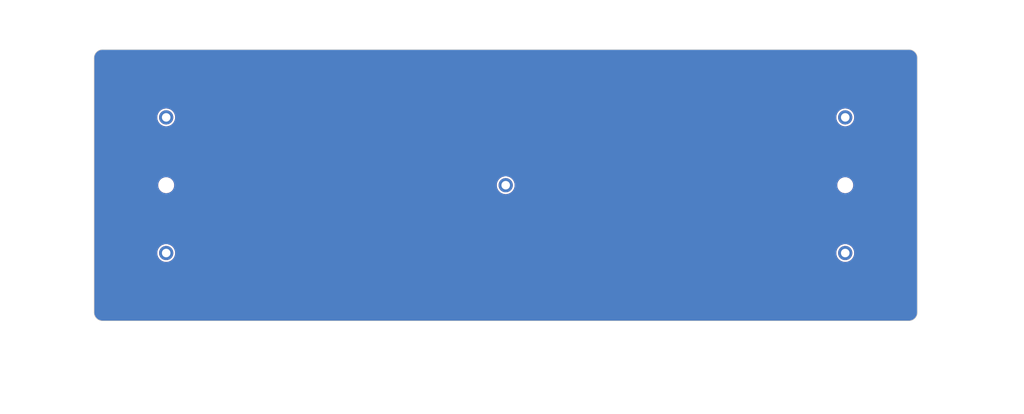
<source format=kicad_pcb>
(kicad_pcb (version 20221018) (generator pcbnew)
  (layers (0 "F.Cu" signal) (31 "B.Cu" signal) (34 "B.Paste" user) (35 "F.Paste" user) (36 "B.SilkS" user "B.Silkscreen") (37 "F.SilkS" user "F.Silkscreen") (38 "B.Mask" user) (39 "F.Mask" user) (44 "Edge.Cuts" user))
  (net 0 "")
  (net 1 "GND")
  (footprint "locallib:pad" (layer "F.Cu") (at 42.06875 50.00625)
    (fp_text reference "p1")
    (fp_text value "gndingpad")
    (pad "1" smd circle (at 0 0) (size 1 1) (layers "F.Cu") (net 1 "GND"))
    (pad "2" smd circle (at 0 0) (size 1 1) (layers "B.Cu") (net 1 "GND"))
  )
  (footprint "locallib:mountinghole" (layer "F.Cu") (at 153.9875 85.725)
    (fp_text reference "REF**")
    (fp_text value "mountinghole")
    (pad "1" thru_hole circle locked (at 0 0) (size 4 4) (drill 2.4) (layers "*.Cu" "*.Mask"))
  )
  (footprint "locallib:mountinghole" (layer "F.Cu") (at 58.7375 66.675)
    (fp_text reference "REF**")
    (fp_text value "mountinghole")
    (pad "1" thru_hole circle locked (at 0 0) (size 4 4) (drill 2.4) (layers "*.Cu" "*.Mask"))
  )
  (footprint "locallib:mountinghole" (layer "F.Cu") (at 58.7375 104.775)
    (fp_text reference "REF**")
    (fp_text value "mountinghole")
    (pad "1" thru_hole circle locked (at 0 0) (size 4 4) (drill 2.4) (layers "*.Cu" "*.Mask"))
  )
  (footprint "locallib:mountinghole" (layer "F.Cu") (at 249.2375 66.675)
    (fp_text reference "REF**")
    (fp_text value "mountinghole")
    (pad "1" thru_hole circle locked (at 0 0) (size 4 4) (drill 2.4) (layers "*.Cu" "*.Mask"))
  )
  (footprint "locallib:mountinghole" (layer "F.Cu") (at 249.2375 104.775)
    (fp_text reference "REF**")
    (fp_text value "mountinghole")
    (pad "1" thru_hole circle locked (at 0 0) (size 4 4) (drill 2.4) (layers "*.Cu" "*.Mask"))
  )
  (footprint "locallib:mountinghole" (layer "F.Cu") (at 58.7375 85.725)
    (fp_text reference "REF**")
    (fp_text value "mountinghole")
    (pad "" np_thru_hole circle locked (at 0 0) (size 4 4) (drill 4) (layers "*.Cu" "*.Mask"))
  )
  (footprint "locallib:mountinghole" (layer "F.Cu") (at 249.2375 85.725)
    (fp_text reference "REF**")
    (fp_text value "mountinghole")
    (pad "" np_thru_hole circle locked (at 0 0) (size 4 4) (drill 4) (layers "*.Cu" "*.Mask"))
  )
  (footprint "locallib:ai-ring-6mm-FancyAss" (layer "F.Cu") (at 46.0375 116.68125)
    (fp_text reference "G***" hide)
    (fp_text value "LOGO" hide)
    (fp_poly (pts (xy -1.000125 1.30175) (xy -1.404937 1.30175) (xy -1.404937 0.896938) (xy -1.000125 0.896938) (xy -1.000125 1.30175)) (stroke (width 0.01)) (fill solid) (layer "F.Cu"))
    (fp_poly (pts (xy -0.595312 0.515938) (xy -1.000125 0.515938) (xy -1.000125 0.111125) (xy -0.595312 0.111125) (xy -0.595312 0.515938)) (stroke (width 0.01)) (fill solid) (layer "F.Cu"))
    (fp_poly (pts (xy -0.214312 -0.293687) (xy -0.595312 -0.293687) (xy -0.595312 -0.674687) (xy -0.214312 -0.674687) (xy -0.214312 -0.293687)) (stroke (width 0.01)) (fill solid) (layer "F.Cu"))
    (fp_poly (pts (xy 0.1905 -1.0795) (xy -0.214312 -1.0795) (xy -0.214312 -1.484312) (xy 0.1905 -1.484312) (xy 0.1905 -1.0795)) (stroke (width 0.01)) (fill solid) (layer "F.Cu"))
    (fp_poly (pts (xy 0.1905 0.515938) (xy -0.214312 0.515938) (xy -0.214312 0.111125) (xy 0.1905 0.111125) (xy 0.1905 0.515938)) (stroke (width 0.01)) (fill solid) (layer "F.Cu"))
    (fp_poly (pts (xy 0.595313 -0.293687) (xy 0.1905 -0.293687) (xy 0.1905 -0.674687) (xy 0.595313 -0.674687) (xy 0.595313 -0.293687)) (stroke (width 0.01)) (fill solid) (layer "F.Cu"))
    (fp_poly (pts (xy 0.976313 0.515938) (xy 0.595313 0.515938) (xy 0.595313 0.111125) (xy 0.976313 0.111125) (xy 0.976313 0.515938)) (stroke (width 0.01)) (fill solid) (layer "F.Cu"))
    (fp_poly (pts (xy 1.381125 1.30175) (xy 0.976313 1.30175) (xy 0.976313 0.896938) (xy 1.381125 0.896938) (xy 1.381125 1.30175)) (stroke (width 0.01)) (fill solid) (layer "F.Cu"))
    (fp_poly (pts (xy 0.003969 -2.971955) (xy 0.128087 -2.970585) (xy 0.239799 -2.966428) (xy 0.342392 -2.959081) (xy 0.439156 -2.94814) (xy 0.533378 -2.933202) (xy 0.628347 -2.913863) (xy 0.727351 -2.889719) (xy 0.77263 -2.877582) (xy 0.981177 -2.812344) (xy 1.183265 -2.733008) (xy 1.378128 -2.639972) (xy 1.564999 -2.533632) (xy 1.743114 -2.414384) (xy 1.89526 -2.296383) (xy 2.052928 -2.155658) (xy 2.200265 -2.004213) (xy 2.336586 -1.843115) (xy 2.461208 -1.673433) (xy 2.573447 -1.496234) (xy 2.67262 -1.312584) (xy 2.758042 -1.123553) (xy 2.82903 -0.930207) (xy 2.877784 -0.762197) (xy 2.910855 -0.622211) (xy 2.936215 -0.490275) (xy 2.954607 -0.361003) (xy 2.966775 -0.229007) (xy 2.973461 -0.0889) (xy 2.974114 -0.0635) (xy 2.971395 0.154797) (xy 2.9532 0.36958) (xy 2.919535 0.580821) (xy 2.870406 0.788489) (xy 2.805819 0.992555) (xy 2.741622 1.156487) (xy 2.713539 1.221752) (xy 2.689477 1.27591) (xy 2.667608 1.322613) (xy 2.646107 1.365513) (xy 2.623146 1.408263) (xy 2.5969 1.454515) (xy 2.567775 1.504156) (xy 2.448556 1.690427) (xy 2.318452 1.865153) (xy 2.177329 2.028465) (xy 2.025055 2.180496) (xy 1.861497 2.32138) (xy 1.686524 2.451248) (xy 1.504156 2.567775) (xy 1.451327 2.598744) (xy 1.405414 2.624721) (xy 1.362765 2.647531) (xy 1.319728 2.669001) (xy 1.272651 2.690957) (xy 1.217881 2.715225) (xy 1.156487 2.741622) (xy 1.060254 2.781169) (xy 0.971536 2.814208) (xy 0.884422 2.842695) (xy 0.792998 2.868589) (xy 0.710406 2.889322) (xy 0.54589 2.924876) (xy 0.388795 2.950553) (xy 0.234567 2.966893) (xy 0.078649 2.974436) (xy -0.011906 2.975013) (xy -0.063125 2.974498) (xy -0.111246 2.973793) (xy -0.153126 2.97296) (xy -0.185622 2.972063) (xy -0.20559 2.971165) (xy -0.206375 2.971109) (xy -0.422549 2.947157) (xy -0.635306 2.90817) (xy -0.843787 2.854467) (xy -1.047132 2.786363) (xy -1.244484 2.704176) (xy -1.434982 2.608225) (xy -1.617768 2.498826) (xy -1.768724 2.393796) (xy -1.941651 2.255449) (xy -2.102335 2.107088) (xy -2.250549 1.949039) (xy -2.386071 1.781632) (xy -2.508676 1.605194) (xy -2.618139 1.420052) (xy -2.714237 1.226535) (xy -2.796744 1.024971) (xy -2.865437 0.815688) (xy -2.877582 0.77263) (xy -2.903948 0.670835) (xy -2.925333 0.574511) (xy -2.942141 0.480367) (xy -2.954775 0.385117) (xy -2.96364 0.28547) (xy -2.969138 0.17814) (xy -2.971674 0.059836) (xy -2.971955 0.003969) (xy -2.97128 -0.051392) (xy -2.439206 -0.051392) (xy -2.439103 0.028746) (xy -2.437437 0.10841) (xy -2.434241 0.183537) (xy -2.429544 0.25006) (xy -2.425824 0.28575) (xy -2.39395 0.483048) (xy -2.347299 0.674663) (xy -2.286049 0.860222) (xy -2.210381 1.039349) (xy -2.120473 1.211669) (xy -2.016506 1.376809) (xy -1.898659 1.534393) (xy -1.767112 1.684047) (xy -1.744776 1.70726) (xy -1.610542 1.834334) (xy -1.46484 1.95227) (xy -1.310369 2.05909) (xy -1.149831 2.152816) (xy -1.104042 2.176504) (xy -1.029634 2.213153) (xy -0.964393 2.243372) (xy -0.903896 2.26894) (xy -0.843722 2.291634) (xy -0.779449 2.313233) (xy -0.714375 2.333227) (xy -0.525162 2.38264) (xy -0.339411 2.417091) (xy -0.155673 2.436714) (xy 0.027503 2.441642) (xy 0.211564 2.432011) (xy 0.278106 2.425031) (xy 0.465438 2.396087) (xy 0.645019 2.354278) (xy 0.819357 2.298854) (xy 0.990959 2.229064) (xy 1.087916 2.182866) (xy 1.258548 2.089447) (xy 1.417964 1.985712) (xy 1.566922 1.870974) (xy 1.706179 1.74455) (xy 1.836494 1.605754) (xy 1.958624 1.453903) (xy 2.066892 1.298259) (xy 2.092018 1.257068) (xy 2.121341 1.20494) (xy 2.153041 1.145496) (xy 2.185299 1.082356) (xy 2.216293 1.01914) (xy 2.244206 0.959467) (xy 2.267215 0.906957) (xy 2.280653 0.873125) (xy 2.34352 0.681584) (xy 2.390916 0.488845) (xy 2.4228 0.29545) (xy 2.43913 0.10194) (xy 2.439868 -0.091143) (xy 2.424972 -0.283258) (xy 2.394402 -0.473864) (xy 2.384599 -0.519906) (xy 2.35095 -0.656199) (xy 2.312642 -0.782382) (xy 2.267704 -0.903993) (xy 2.214163 -1.026568) (xy 2.176504 -1.104042) (xy 2.082799 -1.27289) (xy 1.975974 -1.433327) (xy 1.856798 -1.584632) (xy 1.726037 -1.726086) (xy 1.58446 -1.856969) (xy 1.432834 -1.97656) (xy 1.271927 -2.08414) (xy 1.102507 -2.178989) (xy 0.958325 -2.24652) (xy 0.786697 -2.312915) (xy 0.614143 -2.364913) (xy 0.438656 -2.402922) (xy 0.258226 -2.427349) (xy 0.070845 -2.438603) (xy 0.007938 -2.439493) (xy -0.190157 -2.433123) (xy -0.381785 -2.412478) (xy -0.567719 -2.377327) (xy -0.748735 -2.327433) (xy -0.925606 -2.262565) (xy -1.099106 -2.182487) (xy -1.270009 -2.086965) (xy -1.370706 -2.022756) (xy -1.510139 -1.921228) (xy -1.644337 -1.806722) (xy -1.771659 -1.681161) (xy -1.890465 -1.546469) (xy -1.999114 -1.404569) (xy -2.095965 -1.257385) (xy -2.179378 -1.106839) (xy -2.214174 -1.03392) (xy -2.275577 -0.889061) (xy -2.325808 -0.749822) (xy -2.366065 -0.611874) (xy -2.397544 -0.470886) (xy -2.421444 -0.322529) (xy -2.429845 -0.254) (xy -2.434608 -0.19683) (xy -2.437718 -0.127939) (xy -2.439206 -0.051392) (xy -2.97128 -0.051392) (xy -2.97021 -0.139027) (xy -2.964336 -0.269894) (xy -2.953762 -0.391975) (xy -2.937915 -0.508615) (xy -2.916223 -0.623156) (xy -2.888113 -0.738941) (xy -2.853014 -0.859313) (xy -2.810353 -0.987616) (xy -2.794659 -1.031875) (xy -2.716274 -1.226594) (xy -2.623434 -1.414928) (xy -2.516328 -1.596615) (xy -2.395148 -1.771392) (xy -2.260083 -1.938997) (xy -2.111326 -2.099167) (xy -1.949067 -2.25164) (xy -1.842229 -2.341821) (xy -1.7564 -2.407314) (xy -1.658861 -2.47464) (xy -1.553252 -2.541588) (xy -1.443214 -2.605945) (xy -1.332387 -2.6655) (xy -1.224411 -2.718042) (xy -1.218406 -2.720785) (xy -1.148446 -2.750658) (xy -1.067265 -2.782044) (xy -0.979233 -2.813464) (xy -0.888721 -2.843438) (xy -0.800099 -2.870489) (xy -0.717736 -2.893136) (xy -0.68585 -2.901029) (xy -0.592625 -2.921797) (xy -0.503651 -2.938457) (xy -0.415647 -2.951348) (xy -0.325331 -2.960805) (xy -0.229422 -2.967168) (xy -0.12464 -2.970772) (xy -0.007705 -2.971956) (xy 0.003969 -2.971955)) (stroke (width 0.01)) (fill solid) (layer "F.Cu"))
  )
  (footprint "locallib:ai-ring-6mm-FancyAss-Mask" (layer "F.Cu") (at 46.0375 116.68125)
    (fp_text reference "G***" hide)
    (fp_text value "LOGO" hide)
  )
  (gr_line (start 38.496875 50.00625) (end 38.496875 121.44375) (stroke (width 0.15)) (layer "Edge.Cuts"))
  (gr_arc (start 269.478125 121.44375) (mid 268.780673 123.127548) (end 267.096875 123.825) (stroke (width 0.15)) (layer "Edge.Cuts"))
  (gr_arc (start 40.878125 123.825) (mid 39.194327 123.127548) (end 38.496875 121.44375) (stroke (width 0.15)) (layer "Edge.Cuts"))
  (gr_arc (start 38.496875 50.00625) (mid 39.194327 48.322452) (end 40.878125 47.625) (stroke (width 0.15)) (layer "Edge.Cuts"))
  (gr_line (start 267.096875 47.625) (end 40.878125 47.625) (stroke (width 0.15)) (layer "Edge.Cuts"))
  (gr_arc (start 267.096875 47.625) (mid 268.780673 48.322452) (end 269.478125 50.00625) (stroke (width 0.15)) (layer "Edge.Cuts"))
  (gr_line (start 267.096875 123.825) (end 40.878125 123.825) (stroke (width 0.15)) (layer "Edge.Cuts"))
  (gr_line (start 269.478125 121.44375) (end 269.478125 50.00625) (stroke (width 0.15)) (layer "Edge.Cuts"))
  (zone (net 1) (net_name "GND") (layer "F.Cu") (connect_pads yes (clearance 0.508)) (min_thickness 0.254) (fill yes (thermal_gap 0.508) (thermal_bridge_width 0.508))
    (polygon (pts (xy 31.75 39.6875) (xy 277.8125 39.6875) (xy 277.8125 127) (xy 31.75 127)))
  )
  (zone (net 1) (net_name "GND") (layer "B.Cu") (connect_pads yes (clearance 0.508)) (min_thickness 0.254) (fill yes (thermal_gap 0.508) (thermal_bridge_width 0.508))
    (polygon (pts (xy 31.75 39.6875) (xy 277.8125 39.6875) (xy 277.8125 127) (xy 31.75 127)))
  )
)
</source>
